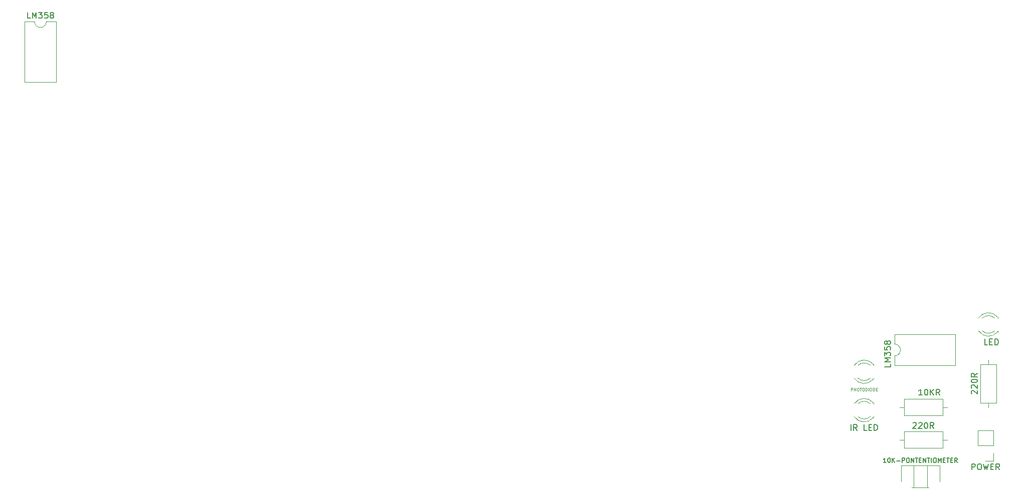
<source format=gbr>
%TF.GenerationSoftware,KiCad,Pcbnew,8.0.8-8.0.8-0~ubuntu24.04.1*%
%TF.CreationDate,2025-05-21T20:48:50+05:30*%
%TF.ProjectId,2,322e6b69-6361-4645-9f70-636258585858,rev?*%
%TF.SameCoordinates,Original*%
%TF.FileFunction,Legend,Top*%
%TF.FilePolarity,Positive*%
%FSLAX46Y46*%
G04 Gerber Fmt 4.6, Leading zero omitted, Abs format (unit mm)*
G04 Created by KiCad (PCBNEW 8.0.8-8.0.8-0~ubuntu24.04.1) date 2025-05-21 20:48:50*
%MOMM*%
%LPD*%
G01*
G04 APERTURE LIST*
%ADD10C,0.150000*%
%ADD11C,0.100000*%
%ADD12C,0.120000*%
G04 APERTURE END LIST*
D10*
X141761905Y-69414819D02*
X141761905Y-68414819D01*
X142809523Y-69414819D02*
X142476190Y-68938628D01*
X142238095Y-69414819D02*
X142238095Y-68414819D01*
X142238095Y-68414819D02*
X142619047Y-68414819D01*
X142619047Y-68414819D02*
X142714285Y-68462438D01*
X142714285Y-68462438D02*
X142761904Y-68510057D01*
X142761904Y-68510057D02*
X142809523Y-68605295D01*
X142809523Y-68605295D02*
X142809523Y-68748152D01*
X142809523Y-68748152D02*
X142761904Y-68843390D01*
X142761904Y-68843390D02*
X142714285Y-68891009D01*
X142714285Y-68891009D02*
X142619047Y-68938628D01*
X142619047Y-68938628D02*
X142238095Y-68938628D01*
X144476190Y-69414819D02*
X144000000Y-69414819D01*
X144000000Y-69414819D02*
X144000000Y-68414819D01*
X144809524Y-68891009D02*
X145142857Y-68891009D01*
X145285714Y-69414819D02*
X144809524Y-69414819D01*
X144809524Y-69414819D02*
X144809524Y-68414819D01*
X144809524Y-68414819D02*
X145285714Y-68414819D01*
X145714286Y-69414819D02*
X145714286Y-68414819D01*
X145714286Y-68414819D02*
X145952381Y-68414819D01*
X145952381Y-68414819D02*
X146095238Y-68462438D01*
X146095238Y-68462438D02*
X146190476Y-68557676D01*
X146190476Y-68557676D02*
X146238095Y-68652914D01*
X146238095Y-68652914D02*
X146285714Y-68843390D01*
X146285714Y-68843390D02*
X146285714Y-68986247D01*
X146285714Y-68986247D02*
X146238095Y-69176723D01*
X146238095Y-69176723D02*
X146190476Y-69271961D01*
X146190476Y-69271961D02*
X146095238Y-69367200D01*
X146095238Y-69367200D02*
X145952381Y-69414819D01*
X145952381Y-69414819D02*
X145714286Y-69414819D01*
D11*
X141785713Y-62726109D02*
X141785713Y-62226109D01*
X141785713Y-62226109D02*
X141976189Y-62226109D01*
X141976189Y-62226109D02*
X142023808Y-62249919D01*
X142023808Y-62249919D02*
X142047618Y-62273728D01*
X142047618Y-62273728D02*
X142071427Y-62321347D01*
X142071427Y-62321347D02*
X142071427Y-62392776D01*
X142071427Y-62392776D02*
X142047618Y-62440395D01*
X142047618Y-62440395D02*
X142023808Y-62464204D01*
X142023808Y-62464204D02*
X141976189Y-62488014D01*
X141976189Y-62488014D02*
X141785713Y-62488014D01*
X142285713Y-62726109D02*
X142285713Y-62226109D01*
X142285713Y-62464204D02*
X142571427Y-62464204D01*
X142571427Y-62726109D02*
X142571427Y-62226109D01*
X142904761Y-62226109D02*
X142999999Y-62226109D01*
X142999999Y-62226109D02*
X143047618Y-62249919D01*
X143047618Y-62249919D02*
X143095237Y-62297538D01*
X143095237Y-62297538D02*
X143119047Y-62392776D01*
X143119047Y-62392776D02*
X143119047Y-62559442D01*
X143119047Y-62559442D02*
X143095237Y-62654680D01*
X143095237Y-62654680D02*
X143047618Y-62702300D01*
X143047618Y-62702300D02*
X142999999Y-62726109D01*
X142999999Y-62726109D02*
X142904761Y-62726109D01*
X142904761Y-62726109D02*
X142857142Y-62702300D01*
X142857142Y-62702300D02*
X142809523Y-62654680D01*
X142809523Y-62654680D02*
X142785714Y-62559442D01*
X142785714Y-62559442D02*
X142785714Y-62392776D01*
X142785714Y-62392776D02*
X142809523Y-62297538D01*
X142809523Y-62297538D02*
X142857142Y-62249919D01*
X142857142Y-62249919D02*
X142904761Y-62226109D01*
X143261905Y-62226109D02*
X143547619Y-62226109D01*
X143404762Y-62726109D02*
X143404762Y-62226109D01*
X143809523Y-62226109D02*
X143904761Y-62226109D01*
X143904761Y-62226109D02*
X143952380Y-62249919D01*
X143952380Y-62249919D02*
X143999999Y-62297538D01*
X143999999Y-62297538D02*
X144023809Y-62392776D01*
X144023809Y-62392776D02*
X144023809Y-62559442D01*
X144023809Y-62559442D02*
X143999999Y-62654680D01*
X143999999Y-62654680D02*
X143952380Y-62702300D01*
X143952380Y-62702300D02*
X143904761Y-62726109D01*
X143904761Y-62726109D02*
X143809523Y-62726109D01*
X143809523Y-62726109D02*
X143761904Y-62702300D01*
X143761904Y-62702300D02*
X143714285Y-62654680D01*
X143714285Y-62654680D02*
X143690476Y-62559442D01*
X143690476Y-62559442D02*
X143690476Y-62392776D01*
X143690476Y-62392776D02*
X143714285Y-62297538D01*
X143714285Y-62297538D02*
X143761904Y-62249919D01*
X143761904Y-62249919D02*
X143809523Y-62226109D01*
X144238095Y-62726109D02*
X144238095Y-62226109D01*
X144238095Y-62226109D02*
X144357143Y-62226109D01*
X144357143Y-62226109D02*
X144428571Y-62249919D01*
X144428571Y-62249919D02*
X144476190Y-62297538D01*
X144476190Y-62297538D02*
X144500000Y-62345157D01*
X144500000Y-62345157D02*
X144523809Y-62440395D01*
X144523809Y-62440395D02*
X144523809Y-62511823D01*
X144523809Y-62511823D02*
X144500000Y-62607061D01*
X144500000Y-62607061D02*
X144476190Y-62654680D01*
X144476190Y-62654680D02*
X144428571Y-62702300D01*
X144428571Y-62702300D02*
X144357143Y-62726109D01*
X144357143Y-62726109D02*
X144238095Y-62726109D01*
X144738095Y-62726109D02*
X144738095Y-62226109D01*
X145071428Y-62226109D02*
X145166666Y-62226109D01*
X145166666Y-62226109D02*
X145214285Y-62249919D01*
X145214285Y-62249919D02*
X145261904Y-62297538D01*
X145261904Y-62297538D02*
X145285714Y-62392776D01*
X145285714Y-62392776D02*
X145285714Y-62559442D01*
X145285714Y-62559442D02*
X145261904Y-62654680D01*
X145261904Y-62654680D02*
X145214285Y-62702300D01*
X145214285Y-62702300D02*
X145166666Y-62726109D01*
X145166666Y-62726109D02*
X145071428Y-62726109D01*
X145071428Y-62726109D02*
X145023809Y-62702300D01*
X145023809Y-62702300D02*
X144976190Y-62654680D01*
X144976190Y-62654680D02*
X144952381Y-62559442D01*
X144952381Y-62559442D02*
X144952381Y-62392776D01*
X144952381Y-62392776D02*
X144976190Y-62297538D01*
X144976190Y-62297538D02*
X145023809Y-62249919D01*
X145023809Y-62249919D02*
X145071428Y-62226109D01*
X145500000Y-62726109D02*
X145500000Y-62226109D01*
X145500000Y-62226109D02*
X145619048Y-62226109D01*
X145619048Y-62226109D02*
X145690476Y-62249919D01*
X145690476Y-62249919D02*
X145738095Y-62297538D01*
X145738095Y-62297538D02*
X145761905Y-62345157D01*
X145761905Y-62345157D02*
X145785714Y-62440395D01*
X145785714Y-62440395D02*
X145785714Y-62511823D01*
X145785714Y-62511823D02*
X145761905Y-62607061D01*
X145761905Y-62607061D02*
X145738095Y-62654680D01*
X145738095Y-62654680D02*
X145690476Y-62702300D01*
X145690476Y-62702300D02*
X145619048Y-62726109D01*
X145619048Y-62726109D02*
X145500000Y-62726109D01*
X146000000Y-62464204D02*
X146166667Y-62464204D01*
X146238095Y-62726109D02*
X146000000Y-62726109D01*
X146000000Y-62726109D02*
X146000000Y-62226109D01*
X146000000Y-62226109D02*
X146238095Y-62226109D01*
D10*
X147714286Y-74839164D02*
X147285715Y-74839164D01*
X147500000Y-74839164D02*
X147500000Y-74089164D01*
X147500000Y-74089164D02*
X147428572Y-74196307D01*
X147428572Y-74196307D02*
X147357143Y-74267735D01*
X147357143Y-74267735D02*
X147285715Y-74303450D01*
X148178572Y-74089164D02*
X148250001Y-74089164D01*
X148250001Y-74089164D02*
X148321429Y-74124878D01*
X148321429Y-74124878D02*
X148357144Y-74160592D01*
X148357144Y-74160592D02*
X148392858Y-74232021D01*
X148392858Y-74232021D02*
X148428572Y-74374878D01*
X148428572Y-74374878D02*
X148428572Y-74553450D01*
X148428572Y-74553450D02*
X148392858Y-74696307D01*
X148392858Y-74696307D02*
X148357144Y-74767735D01*
X148357144Y-74767735D02*
X148321429Y-74803450D01*
X148321429Y-74803450D02*
X148250001Y-74839164D01*
X148250001Y-74839164D02*
X148178572Y-74839164D01*
X148178572Y-74839164D02*
X148107144Y-74803450D01*
X148107144Y-74803450D02*
X148071429Y-74767735D01*
X148071429Y-74767735D02*
X148035715Y-74696307D01*
X148035715Y-74696307D02*
X148000001Y-74553450D01*
X148000001Y-74553450D02*
X148000001Y-74374878D01*
X148000001Y-74374878D02*
X148035715Y-74232021D01*
X148035715Y-74232021D02*
X148071429Y-74160592D01*
X148071429Y-74160592D02*
X148107144Y-74124878D01*
X148107144Y-74124878D02*
X148178572Y-74089164D01*
X148750001Y-74839164D02*
X148750001Y-74089164D01*
X149178572Y-74839164D02*
X148857144Y-74410592D01*
X149178572Y-74089164D02*
X148750001Y-74517735D01*
X149500001Y-74553450D02*
X150071430Y-74553450D01*
X150428572Y-74839164D02*
X150428572Y-74089164D01*
X150428572Y-74089164D02*
X150714286Y-74089164D01*
X150714286Y-74089164D02*
X150785715Y-74124878D01*
X150785715Y-74124878D02*
X150821429Y-74160592D01*
X150821429Y-74160592D02*
X150857143Y-74232021D01*
X150857143Y-74232021D02*
X150857143Y-74339164D01*
X150857143Y-74339164D02*
X150821429Y-74410592D01*
X150821429Y-74410592D02*
X150785715Y-74446307D01*
X150785715Y-74446307D02*
X150714286Y-74482021D01*
X150714286Y-74482021D02*
X150428572Y-74482021D01*
X151321429Y-74089164D02*
X151464286Y-74089164D01*
X151464286Y-74089164D02*
X151535715Y-74124878D01*
X151535715Y-74124878D02*
X151607143Y-74196307D01*
X151607143Y-74196307D02*
X151642858Y-74339164D01*
X151642858Y-74339164D02*
X151642858Y-74589164D01*
X151642858Y-74589164D02*
X151607143Y-74732021D01*
X151607143Y-74732021D02*
X151535715Y-74803450D01*
X151535715Y-74803450D02*
X151464286Y-74839164D01*
X151464286Y-74839164D02*
X151321429Y-74839164D01*
X151321429Y-74839164D02*
X151250001Y-74803450D01*
X151250001Y-74803450D02*
X151178572Y-74732021D01*
X151178572Y-74732021D02*
X151142858Y-74589164D01*
X151142858Y-74589164D02*
X151142858Y-74339164D01*
X151142858Y-74339164D02*
X151178572Y-74196307D01*
X151178572Y-74196307D02*
X151250001Y-74124878D01*
X151250001Y-74124878D02*
X151321429Y-74089164D01*
X151964286Y-74839164D02*
X151964286Y-74089164D01*
X151964286Y-74089164D02*
X152392857Y-74839164D01*
X152392857Y-74839164D02*
X152392857Y-74089164D01*
X152642857Y-74089164D02*
X153071429Y-74089164D01*
X152857143Y-74839164D02*
X152857143Y-74089164D01*
X153321429Y-74446307D02*
X153571429Y-74446307D01*
X153678572Y-74839164D02*
X153321429Y-74839164D01*
X153321429Y-74839164D02*
X153321429Y-74089164D01*
X153321429Y-74089164D02*
X153678572Y-74089164D01*
X154000000Y-74839164D02*
X154000000Y-74089164D01*
X154000000Y-74089164D02*
X154428571Y-74839164D01*
X154428571Y-74839164D02*
X154428571Y-74089164D01*
X154678571Y-74089164D02*
X155107143Y-74089164D01*
X154892857Y-74839164D02*
X154892857Y-74089164D01*
X155357143Y-74839164D02*
X155357143Y-74089164D01*
X155857143Y-74089164D02*
X156000000Y-74089164D01*
X156000000Y-74089164D02*
X156071429Y-74124878D01*
X156071429Y-74124878D02*
X156142857Y-74196307D01*
X156142857Y-74196307D02*
X156178572Y-74339164D01*
X156178572Y-74339164D02*
X156178572Y-74589164D01*
X156178572Y-74589164D02*
X156142857Y-74732021D01*
X156142857Y-74732021D02*
X156071429Y-74803450D01*
X156071429Y-74803450D02*
X156000000Y-74839164D01*
X156000000Y-74839164D02*
X155857143Y-74839164D01*
X155857143Y-74839164D02*
X155785715Y-74803450D01*
X155785715Y-74803450D02*
X155714286Y-74732021D01*
X155714286Y-74732021D02*
X155678572Y-74589164D01*
X155678572Y-74589164D02*
X155678572Y-74339164D01*
X155678572Y-74339164D02*
X155714286Y-74196307D01*
X155714286Y-74196307D02*
X155785715Y-74124878D01*
X155785715Y-74124878D02*
X155857143Y-74089164D01*
X156500000Y-74839164D02*
X156500000Y-74089164D01*
X156500000Y-74089164D02*
X156750000Y-74624878D01*
X156750000Y-74624878D02*
X157000000Y-74089164D01*
X157000000Y-74089164D02*
X157000000Y-74839164D01*
X157357143Y-74446307D02*
X157607143Y-74446307D01*
X157714286Y-74839164D02*
X157357143Y-74839164D01*
X157357143Y-74839164D02*
X157357143Y-74089164D01*
X157357143Y-74089164D02*
X157714286Y-74089164D01*
X157928571Y-74089164D02*
X158357143Y-74089164D01*
X158142857Y-74839164D02*
X158142857Y-74089164D01*
X158607143Y-74446307D02*
X158857143Y-74446307D01*
X158964286Y-74839164D02*
X158607143Y-74839164D01*
X158607143Y-74839164D02*
X158607143Y-74089164D01*
X158607143Y-74089164D02*
X158964286Y-74089164D01*
X159714285Y-74839164D02*
X159464285Y-74482021D01*
X159285714Y-74839164D02*
X159285714Y-74089164D01*
X159285714Y-74089164D02*
X159571428Y-74089164D01*
X159571428Y-74089164D02*
X159642857Y-74124878D01*
X159642857Y-74124878D02*
X159678571Y-74160592D01*
X159678571Y-74160592D02*
X159714285Y-74232021D01*
X159714285Y-74232021D02*
X159714285Y-74339164D01*
X159714285Y-74339164D02*
X159678571Y-74410592D01*
X159678571Y-74410592D02*
X159642857Y-74446307D01*
X159642857Y-74446307D02*
X159571428Y-74482021D01*
X159571428Y-74482021D02*
X159285714Y-74482021D01*
X164857142Y-54954819D02*
X164380952Y-54954819D01*
X164380952Y-54954819D02*
X164380952Y-53954819D01*
X165190476Y-54431009D02*
X165523809Y-54431009D01*
X165666666Y-54954819D02*
X165190476Y-54954819D01*
X165190476Y-54954819D02*
X165190476Y-53954819D01*
X165190476Y-53954819D02*
X165666666Y-53954819D01*
X166095238Y-54954819D02*
X166095238Y-53954819D01*
X166095238Y-53954819D02*
X166333333Y-53954819D01*
X166333333Y-53954819D02*
X166476190Y-54002438D01*
X166476190Y-54002438D02*
X166571428Y-54097676D01*
X166571428Y-54097676D02*
X166619047Y-54192914D01*
X166619047Y-54192914D02*
X166666666Y-54383390D01*
X166666666Y-54383390D02*
X166666666Y-54526247D01*
X166666666Y-54526247D02*
X166619047Y-54716723D01*
X166619047Y-54716723D02*
X166571428Y-54811961D01*
X166571428Y-54811961D02*
X166476190Y-54907200D01*
X166476190Y-54907200D02*
X166333333Y-54954819D01*
X166333333Y-54954819D02*
X166095238Y-54954819D01*
X3244523Y300180D02*
X2768333Y300180D01*
X2768333Y300180D02*
X2768333Y1300180D01*
X3577857Y300180D02*
X3577857Y1300180D01*
X3577857Y1300180D02*
X3911190Y585895D01*
X3911190Y585895D02*
X4244523Y1300180D01*
X4244523Y1300180D02*
X4244523Y300180D01*
X4625476Y1300180D02*
X5244523Y1300180D01*
X5244523Y1300180D02*
X4911190Y919228D01*
X4911190Y919228D02*
X5054047Y919228D01*
X5054047Y919228D02*
X5149285Y871609D01*
X5149285Y871609D02*
X5196904Y823990D01*
X5196904Y823990D02*
X5244523Y728752D01*
X5244523Y728752D02*
X5244523Y490657D01*
X5244523Y490657D02*
X5196904Y395419D01*
X5196904Y395419D02*
X5149285Y347800D01*
X5149285Y347800D02*
X5054047Y300180D01*
X5054047Y300180D02*
X4768333Y300180D01*
X4768333Y300180D02*
X4673095Y347800D01*
X4673095Y347800D02*
X4625476Y395419D01*
X6149285Y1300180D02*
X5673095Y1300180D01*
X5673095Y1300180D02*
X5625476Y823990D01*
X5625476Y823990D02*
X5673095Y871609D01*
X5673095Y871609D02*
X5768333Y919228D01*
X5768333Y919228D02*
X6006428Y919228D01*
X6006428Y919228D02*
X6101666Y871609D01*
X6101666Y871609D02*
X6149285Y823990D01*
X6149285Y823990D02*
X6196904Y728752D01*
X6196904Y728752D02*
X6196904Y490657D01*
X6196904Y490657D02*
X6149285Y395419D01*
X6149285Y395419D02*
X6101666Y347800D01*
X6101666Y347800D02*
X6006428Y300180D01*
X6006428Y300180D02*
X5768333Y300180D01*
X5768333Y300180D02*
X5673095Y347800D01*
X5673095Y347800D02*
X5625476Y395419D01*
X6768333Y871609D02*
X6673095Y919228D01*
X6673095Y919228D02*
X6625476Y966847D01*
X6625476Y966847D02*
X6577857Y1062085D01*
X6577857Y1062085D02*
X6577857Y1109704D01*
X6577857Y1109704D02*
X6625476Y1204942D01*
X6625476Y1204942D02*
X6673095Y1252561D01*
X6673095Y1252561D02*
X6768333Y1300180D01*
X6768333Y1300180D02*
X6958809Y1300180D01*
X6958809Y1300180D02*
X7054047Y1252561D01*
X7054047Y1252561D02*
X7101666Y1204942D01*
X7101666Y1204942D02*
X7149285Y1109704D01*
X7149285Y1109704D02*
X7149285Y1062085D01*
X7149285Y1062085D02*
X7101666Y966847D01*
X7101666Y966847D02*
X7054047Y919228D01*
X7054047Y919228D02*
X6958809Y871609D01*
X6958809Y871609D02*
X6768333Y871609D01*
X6768333Y871609D02*
X6673095Y823990D01*
X6673095Y823990D02*
X6625476Y776371D01*
X6625476Y776371D02*
X6577857Y681133D01*
X6577857Y681133D02*
X6577857Y490657D01*
X6577857Y490657D02*
X6625476Y395419D01*
X6625476Y395419D02*
X6673095Y347800D01*
X6673095Y347800D02*
X6768333Y300180D01*
X6768333Y300180D02*
X6958809Y300180D01*
X6958809Y300180D02*
X7054047Y347800D01*
X7054047Y347800D02*
X7101666Y395419D01*
X7101666Y395419D02*
X7149285Y490657D01*
X7149285Y490657D02*
X7149285Y681133D01*
X7149285Y681133D02*
X7101666Y776371D01*
X7101666Y776371D02*
X7054047Y823990D01*
X7054047Y823990D02*
X6958809Y871609D01*
X162190476Y-76059819D02*
X162190476Y-75059819D01*
X162190476Y-75059819D02*
X162571428Y-75059819D01*
X162571428Y-75059819D02*
X162666666Y-75107438D01*
X162666666Y-75107438D02*
X162714285Y-75155057D01*
X162714285Y-75155057D02*
X162761904Y-75250295D01*
X162761904Y-75250295D02*
X162761904Y-75393152D01*
X162761904Y-75393152D02*
X162714285Y-75488390D01*
X162714285Y-75488390D02*
X162666666Y-75536009D01*
X162666666Y-75536009D02*
X162571428Y-75583628D01*
X162571428Y-75583628D02*
X162190476Y-75583628D01*
X163380952Y-75059819D02*
X163571428Y-75059819D01*
X163571428Y-75059819D02*
X163666666Y-75107438D01*
X163666666Y-75107438D02*
X163761904Y-75202676D01*
X163761904Y-75202676D02*
X163809523Y-75393152D01*
X163809523Y-75393152D02*
X163809523Y-75726485D01*
X163809523Y-75726485D02*
X163761904Y-75916961D01*
X163761904Y-75916961D02*
X163666666Y-76012200D01*
X163666666Y-76012200D02*
X163571428Y-76059819D01*
X163571428Y-76059819D02*
X163380952Y-76059819D01*
X163380952Y-76059819D02*
X163285714Y-76012200D01*
X163285714Y-76012200D02*
X163190476Y-75916961D01*
X163190476Y-75916961D02*
X163142857Y-75726485D01*
X163142857Y-75726485D02*
X163142857Y-75393152D01*
X163142857Y-75393152D02*
X163190476Y-75202676D01*
X163190476Y-75202676D02*
X163285714Y-75107438D01*
X163285714Y-75107438D02*
X163380952Y-75059819D01*
X164142857Y-75059819D02*
X164380952Y-76059819D01*
X164380952Y-76059819D02*
X164571428Y-75345533D01*
X164571428Y-75345533D02*
X164761904Y-76059819D01*
X164761904Y-76059819D02*
X165000000Y-75059819D01*
X165380952Y-75536009D02*
X165714285Y-75536009D01*
X165857142Y-76059819D02*
X165380952Y-76059819D01*
X165380952Y-76059819D02*
X165380952Y-75059819D01*
X165380952Y-75059819D02*
X165857142Y-75059819D01*
X166857142Y-76059819D02*
X166523809Y-75583628D01*
X166285714Y-76059819D02*
X166285714Y-75059819D01*
X166285714Y-75059819D02*
X166666666Y-75059819D01*
X166666666Y-75059819D02*
X166761904Y-75107438D01*
X166761904Y-75107438D02*
X166809523Y-75155057D01*
X166809523Y-75155057D02*
X166857142Y-75250295D01*
X166857142Y-75250295D02*
X166857142Y-75393152D01*
X166857142Y-75393152D02*
X166809523Y-75488390D01*
X166809523Y-75488390D02*
X166761904Y-75536009D01*
X166761904Y-75536009D02*
X166666666Y-75583628D01*
X166666666Y-75583628D02*
X166285714Y-75583628D01*
X162180057Y-63238094D02*
X162132438Y-63190475D01*
X162132438Y-63190475D02*
X162084819Y-63095237D01*
X162084819Y-63095237D02*
X162084819Y-62857142D01*
X162084819Y-62857142D02*
X162132438Y-62761904D01*
X162132438Y-62761904D02*
X162180057Y-62714285D01*
X162180057Y-62714285D02*
X162275295Y-62666666D01*
X162275295Y-62666666D02*
X162370533Y-62666666D01*
X162370533Y-62666666D02*
X162513390Y-62714285D01*
X162513390Y-62714285D02*
X163084819Y-63285713D01*
X163084819Y-63285713D02*
X163084819Y-62666666D01*
X162180057Y-62285713D02*
X162132438Y-62238094D01*
X162132438Y-62238094D02*
X162084819Y-62142856D01*
X162084819Y-62142856D02*
X162084819Y-61904761D01*
X162084819Y-61904761D02*
X162132438Y-61809523D01*
X162132438Y-61809523D02*
X162180057Y-61761904D01*
X162180057Y-61761904D02*
X162275295Y-61714285D01*
X162275295Y-61714285D02*
X162370533Y-61714285D01*
X162370533Y-61714285D02*
X162513390Y-61761904D01*
X162513390Y-61761904D02*
X163084819Y-62333332D01*
X163084819Y-62333332D02*
X163084819Y-61714285D01*
X162084819Y-61095237D02*
X162084819Y-60999999D01*
X162084819Y-60999999D02*
X162132438Y-60904761D01*
X162132438Y-60904761D02*
X162180057Y-60857142D01*
X162180057Y-60857142D02*
X162275295Y-60809523D01*
X162275295Y-60809523D02*
X162465771Y-60761904D01*
X162465771Y-60761904D02*
X162703866Y-60761904D01*
X162703866Y-60761904D02*
X162894342Y-60809523D01*
X162894342Y-60809523D02*
X162989580Y-60857142D01*
X162989580Y-60857142D02*
X163037200Y-60904761D01*
X163037200Y-60904761D02*
X163084819Y-60999999D01*
X163084819Y-60999999D02*
X163084819Y-61095237D01*
X163084819Y-61095237D02*
X163037200Y-61190475D01*
X163037200Y-61190475D02*
X162989580Y-61238094D01*
X162989580Y-61238094D02*
X162894342Y-61285713D01*
X162894342Y-61285713D02*
X162703866Y-61333332D01*
X162703866Y-61333332D02*
X162465771Y-61333332D01*
X162465771Y-61333332D02*
X162275295Y-61285713D01*
X162275295Y-61285713D02*
X162180057Y-61238094D01*
X162180057Y-61238094D02*
X162132438Y-61190475D01*
X162132438Y-61190475D02*
X162084819Y-61095237D01*
X163084819Y-59761904D02*
X162608628Y-60095237D01*
X163084819Y-60333332D02*
X162084819Y-60333332D01*
X162084819Y-60333332D02*
X162084819Y-59952380D01*
X162084819Y-59952380D02*
X162132438Y-59857142D01*
X162132438Y-59857142D02*
X162180057Y-59809523D01*
X162180057Y-59809523D02*
X162275295Y-59761904D01*
X162275295Y-59761904D02*
X162418152Y-59761904D01*
X162418152Y-59761904D02*
X162513390Y-59809523D01*
X162513390Y-59809523D02*
X162561009Y-59857142D01*
X162561009Y-59857142D02*
X162608628Y-59952380D01*
X162608628Y-59952380D02*
X162608628Y-60333332D01*
X148454819Y-58190476D02*
X148454819Y-58666666D01*
X148454819Y-58666666D02*
X147454819Y-58666666D01*
X148454819Y-57857142D02*
X147454819Y-57857142D01*
X147454819Y-57857142D02*
X148169104Y-57523809D01*
X148169104Y-57523809D02*
X147454819Y-57190476D01*
X147454819Y-57190476D02*
X148454819Y-57190476D01*
X147454819Y-56809523D02*
X147454819Y-56190476D01*
X147454819Y-56190476D02*
X147835771Y-56523809D01*
X147835771Y-56523809D02*
X147835771Y-56380952D01*
X147835771Y-56380952D02*
X147883390Y-56285714D01*
X147883390Y-56285714D02*
X147931009Y-56238095D01*
X147931009Y-56238095D02*
X148026247Y-56190476D01*
X148026247Y-56190476D02*
X148264342Y-56190476D01*
X148264342Y-56190476D02*
X148359580Y-56238095D01*
X148359580Y-56238095D02*
X148407200Y-56285714D01*
X148407200Y-56285714D02*
X148454819Y-56380952D01*
X148454819Y-56380952D02*
X148454819Y-56666666D01*
X148454819Y-56666666D02*
X148407200Y-56761904D01*
X148407200Y-56761904D02*
X148359580Y-56809523D01*
X147454819Y-55285714D02*
X147454819Y-55761904D01*
X147454819Y-55761904D02*
X147931009Y-55809523D01*
X147931009Y-55809523D02*
X147883390Y-55761904D01*
X147883390Y-55761904D02*
X147835771Y-55666666D01*
X147835771Y-55666666D02*
X147835771Y-55428571D01*
X147835771Y-55428571D02*
X147883390Y-55333333D01*
X147883390Y-55333333D02*
X147931009Y-55285714D01*
X147931009Y-55285714D02*
X148026247Y-55238095D01*
X148026247Y-55238095D02*
X148264342Y-55238095D01*
X148264342Y-55238095D02*
X148359580Y-55285714D01*
X148359580Y-55285714D02*
X148407200Y-55333333D01*
X148407200Y-55333333D02*
X148454819Y-55428571D01*
X148454819Y-55428571D02*
X148454819Y-55666666D01*
X148454819Y-55666666D02*
X148407200Y-55761904D01*
X148407200Y-55761904D02*
X148359580Y-55809523D01*
X147883390Y-54666666D02*
X147835771Y-54761904D01*
X147835771Y-54761904D02*
X147788152Y-54809523D01*
X147788152Y-54809523D02*
X147692914Y-54857142D01*
X147692914Y-54857142D02*
X147645295Y-54857142D01*
X147645295Y-54857142D02*
X147550057Y-54809523D01*
X147550057Y-54809523D02*
X147502438Y-54761904D01*
X147502438Y-54761904D02*
X147454819Y-54666666D01*
X147454819Y-54666666D02*
X147454819Y-54476190D01*
X147454819Y-54476190D02*
X147502438Y-54380952D01*
X147502438Y-54380952D02*
X147550057Y-54333333D01*
X147550057Y-54333333D02*
X147645295Y-54285714D01*
X147645295Y-54285714D02*
X147692914Y-54285714D01*
X147692914Y-54285714D02*
X147788152Y-54333333D01*
X147788152Y-54333333D02*
X147835771Y-54380952D01*
X147835771Y-54380952D02*
X147883390Y-54476190D01*
X147883390Y-54476190D02*
X147883390Y-54666666D01*
X147883390Y-54666666D02*
X147931009Y-54761904D01*
X147931009Y-54761904D02*
X147978628Y-54809523D01*
X147978628Y-54809523D02*
X148073866Y-54857142D01*
X148073866Y-54857142D02*
X148264342Y-54857142D01*
X148264342Y-54857142D02*
X148359580Y-54809523D01*
X148359580Y-54809523D02*
X148407200Y-54761904D01*
X148407200Y-54761904D02*
X148454819Y-54666666D01*
X148454819Y-54666666D02*
X148454819Y-54476190D01*
X148454819Y-54476190D02*
X148407200Y-54380952D01*
X148407200Y-54380952D02*
X148359580Y-54333333D01*
X148359580Y-54333333D02*
X148264342Y-54285714D01*
X148264342Y-54285714D02*
X148073866Y-54285714D01*
X148073866Y-54285714D02*
X147978628Y-54333333D01*
X147978628Y-54333333D02*
X147931009Y-54380952D01*
X147931009Y-54380952D02*
X147883390Y-54476190D01*
X153809523Y-63454819D02*
X153238095Y-63454819D01*
X153523809Y-63454819D02*
X153523809Y-62454819D01*
X153523809Y-62454819D02*
X153428571Y-62597676D01*
X153428571Y-62597676D02*
X153333333Y-62692914D01*
X153333333Y-62692914D02*
X153238095Y-62740533D01*
X154428571Y-62454819D02*
X154523809Y-62454819D01*
X154523809Y-62454819D02*
X154619047Y-62502438D01*
X154619047Y-62502438D02*
X154666666Y-62550057D01*
X154666666Y-62550057D02*
X154714285Y-62645295D01*
X154714285Y-62645295D02*
X154761904Y-62835771D01*
X154761904Y-62835771D02*
X154761904Y-63073866D01*
X154761904Y-63073866D02*
X154714285Y-63264342D01*
X154714285Y-63264342D02*
X154666666Y-63359580D01*
X154666666Y-63359580D02*
X154619047Y-63407200D01*
X154619047Y-63407200D02*
X154523809Y-63454819D01*
X154523809Y-63454819D02*
X154428571Y-63454819D01*
X154428571Y-63454819D02*
X154333333Y-63407200D01*
X154333333Y-63407200D02*
X154285714Y-63359580D01*
X154285714Y-63359580D02*
X154238095Y-63264342D01*
X154238095Y-63264342D02*
X154190476Y-63073866D01*
X154190476Y-63073866D02*
X154190476Y-62835771D01*
X154190476Y-62835771D02*
X154238095Y-62645295D01*
X154238095Y-62645295D02*
X154285714Y-62550057D01*
X154285714Y-62550057D02*
X154333333Y-62502438D01*
X154333333Y-62502438D02*
X154428571Y-62454819D01*
X155190476Y-63454819D02*
X155190476Y-62454819D01*
X155761904Y-63454819D02*
X155333333Y-62883390D01*
X155761904Y-62454819D02*
X155190476Y-63026247D01*
X156761904Y-63454819D02*
X156428571Y-62978628D01*
X156190476Y-63454819D02*
X156190476Y-62454819D01*
X156190476Y-62454819D02*
X156571428Y-62454819D01*
X156571428Y-62454819D02*
X156666666Y-62502438D01*
X156666666Y-62502438D02*
X156714285Y-62550057D01*
X156714285Y-62550057D02*
X156761904Y-62645295D01*
X156761904Y-62645295D02*
X156761904Y-62788152D01*
X156761904Y-62788152D02*
X156714285Y-62883390D01*
X156714285Y-62883390D02*
X156666666Y-62931009D01*
X156666666Y-62931009D02*
X156571428Y-62978628D01*
X156571428Y-62978628D02*
X156190476Y-62978628D01*
X152261905Y-68180057D02*
X152309524Y-68132438D01*
X152309524Y-68132438D02*
X152404762Y-68084819D01*
X152404762Y-68084819D02*
X152642857Y-68084819D01*
X152642857Y-68084819D02*
X152738095Y-68132438D01*
X152738095Y-68132438D02*
X152785714Y-68180057D01*
X152785714Y-68180057D02*
X152833333Y-68275295D01*
X152833333Y-68275295D02*
X152833333Y-68370533D01*
X152833333Y-68370533D02*
X152785714Y-68513390D01*
X152785714Y-68513390D02*
X152214286Y-69084819D01*
X152214286Y-69084819D02*
X152833333Y-69084819D01*
X153214286Y-68180057D02*
X153261905Y-68132438D01*
X153261905Y-68132438D02*
X153357143Y-68084819D01*
X153357143Y-68084819D02*
X153595238Y-68084819D01*
X153595238Y-68084819D02*
X153690476Y-68132438D01*
X153690476Y-68132438D02*
X153738095Y-68180057D01*
X153738095Y-68180057D02*
X153785714Y-68275295D01*
X153785714Y-68275295D02*
X153785714Y-68370533D01*
X153785714Y-68370533D02*
X153738095Y-68513390D01*
X153738095Y-68513390D02*
X153166667Y-69084819D01*
X153166667Y-69084819D02*
X153785714Y-69084819D01*
X154404762Y-68084819D02*
X154500000Y-68084819D01*
X154500000Y-68084819D02*
X154595238Y-68132438D01*
X154595238Y-68132438D02*
X154642857Y-68180057D01*
X154642857Y-68180057D02*
X154690476Y-68275295D01*
X154690476Y-68275295D02*
X154738095Y-68465771D01*
X154738095Y-68465771D02*
X154738095Y-68703866D01*
X154738095Y-68703866D02*
X154690476Y-68894342D01*
X154690476Y-68894342D02*
X154642857Y-68989580D01*
X154642857Y-68989580D02*
X154595238Y-69037200D01*
X154595238Y-69037200D02*
X154500000Y-69084819D01*
X154500000Y-69084819D02*
X154404762Y-69084819D01*
X154404762Y-69084819D02*
X154309524Y-69037200D01*
X154309524Y-69037200D02*
X154261905Y-68989580D01*
X154261905Y-68989580D02*
X154214286Y-68894342D01*
X154214286Y-68894342D02*
X154166667Y-68703866D01*
X154166667Y-68703866D02*
X154166667Y-68465771D01*
X154166667Y-68465771D02*
X154214286Y-68275295D01*
X154214286Y-68275295D02*
X154261905Y-68180057D01*
X154261905Y-68180057D02*
X154309524Y-68132438D01*
X154309524Y-68132438D02*
X154404762Y-68084819D01*
X155738095Y-69084819D02*
X155404762Y-68608628D01*
X155166667Y-69084819D02*
X155166667Y-68084819D01*
X155166667Y-68084819D02*
X155547619Y-68084819D01*
X155547619Y-68084819D02*
X155642857Y-68132438D01*
X155642857Y-68132438D02*
X155690476Y-68180057D01*
X155690476Y-68180057D02*
X155738095Y-68275295D01*
X155738095Y-68275295D02*
X155738095Y-68418152D01*
X155738095Y-68418152D02*
X155690476Y-68513390D01*
X155690476Y-68513390D02*
X155642857Y-68561009D01*
X155642857Y-68561009D02*
X155547619Y-68608628D01*
X155547619Y-68608628D02*
X155166667Y-68608628D01*
D12*
%TO.C,IR LED*%
X145560000Y-67236000D02*
X145560000Y-67080000D01*
X145560000Y-64920000D02*
X145560000Y-64764000D01*
X145560000Y-67235516D02*
G75*
G02*
X142328603Y-67080061I-1560000J1235516D01*
G01*
X145040961Y-67080000D02*
G75*
G02*
X142959090Y-67080049I-1040961J1080000D01*
G01*
X142959090Y-64919951D02*
G75*
G02*
X145040961Y-64920000I1040910J-1080049D01*
G01*
X142328603Y-64919939D02*
G75*
G02*
X145560000Y-64764484I1671397J-1080061D01*
G01*
%TO.C,PHOTODIODE*%
X145560000Y-58420000D02*
X145560000Y-58264000D01*
X145560000Y-60736000D02*
X145560000Y-60580000D01*
X142328603Y-58419939D02*
G75*
G02*
X145560000Y-58264484I1671397J-1080061D01*
G01*
X142959090Y-58419951D02*
G75*
G02*
X145040961Y-58420000I1040910J-1080049D01*
G01*
X145040961Y-60580000D02*
G75*
G02*
X142959090Y-60580049I-1040961J1080000D01*
G01*
X145560000Y-60735516D02*
G75*
G02*
X142328603Y-60580061I-1560000J1235516D01*
G01*
%TO.C,10K-PONTENTIOMETER*%
X150230000Y-75380000D02*
X156770000Y-75380000D01*
X150230000Y-78075000D02*
X150230000Y-75380000D01*
X152066000Y-79121000D02*
X154935000Y-79121000D01*
X152380000Y-75380000D02*
X154620000Y-75380000D01*
X152380000Y-79121000D02*
X152380000Y-75380000D01*
X152380000Y-79121000D02*
X154620000Y-79121000D01*
X154620000Y-79121000D02*
X154620000Y-75380000D01*
X156770000Y-78075000D02*
X156770000Y-75380000D01*
%TO.C,LED*%
X166560000Y-50420000D02*
X166560000Y-50264000D01*
X166560000Y-52736000D02*
X166560000Y-52580000D01*
X163328603Y-50419939D02*
G75*
G02*
X166560000Y-50264484I1671397J-1080061D01*
G01*
X163959090Y-50419951D02*
G75*
G02*
X166040961Y-50420000I1040910J-1080049D01*
G01*
X166040961Y-52580000D02*
G75*
G02*
X163959090Y-52580049I-1040961J1080000D01*
G01*
X166560000Y-52735516D02*
G75*
G02*
X163328603Y-52580061I-1560000J1235516D01*
G01*
%TO.C,LM358*%
X2285000Y-245000D02*
X2285000Y-10525000D01*
X2285000Y-10525000D02*
X7585000Y-10525000D01*
X3935000Y-245000D02*
X2285000Y-245000D01*
X7585000Y-245000D02*
X5935000Y-245000D01*
X7585000Y-10525000D02*
X7585000Y-245000D01*
X5935000Y-245000D02*
G75*
G02*
X3935000Y-245000I-1000000J0D01*
G01*
%TO.C,POWER*%
X163170000Y-72005000D02*
X163170000Y-69405000D01*
X165830000Y-69405000D02*
X163170000Y-69405000D01*
X165830000Y-72005000D02*
X163170000Y-72005000D01*
X165830000Y-72005000D02*
X165830000Y-69405000D01*
X165830000Y-73275000D02*
X165830000Y-74605000D01*
X165830000Y-74605000D02*
X164500000Y-74605000D01*
%TO.C,220R*%
X163630000Y-58230000D02*
X163630000Y-64770000D01*
X163630000Y-64770000D02*
X166370000Y-64770000D01*
X165000000Y-57460000D02*
X165000000Y-58230000D01*
X165000000Y-65540000D02*
X165000000Y-64770000D01*
X166370000Y-58230000D02*
X163630000Y-58230000D01*
X166370000Y-64770000D02*
X166370000Y-58230000D01*
%TO.C,LM358*%
X149130000Y-53160000D02*
X149130000Y-54810000D01*
X149130000Y-56810000D02*
X149130000Y-58460000D01*
X149130000Y-58460000D02*
X159410000Y-58460000D01*
X159410000Y-53160000D02*
X149130000Y-53160000D01*
X159410000Y-58460000D02*
X159410000Y-53160000D01*
X149130000Y-54810000D02*
G75*
G02*
X149130000Y-56810000I0J-1000000D01*
G01*
%TO.C,10KR*%
X149960000Y-65500000D02*
X150730000Y-65500000D01*
X150730000Y-64130000D02*
X150730000Y-66870000D01*
X150730000Y-66870000D02*
X157270000Y-66870000D01*
X157270000Y-64130000D02*
X150730000Y-64130000D01*
X157270000Y-66870000D02*
X157270000Y-64130000D01*
X158040000Y-65500000D02*
X157270000Y-65500000D01*
%TO.C,220R*%
X149960000Y-71000000D02*
X150730000Y-71000000D01*
X150730000Y-69630000D02*
X150730000Y-72370000D01*
X150730000Y-72370000D02*
X157270000Y-72370000D01*
X157270000Y-69630000D02*
X150730000Y-69630000D01*
X157270000Y-72370000D02*
X157270000Y-69630000D01*
X158040000Y-71000000D02*
X157270000Y-71000000D01*
%TD*%
M02*

</source>
